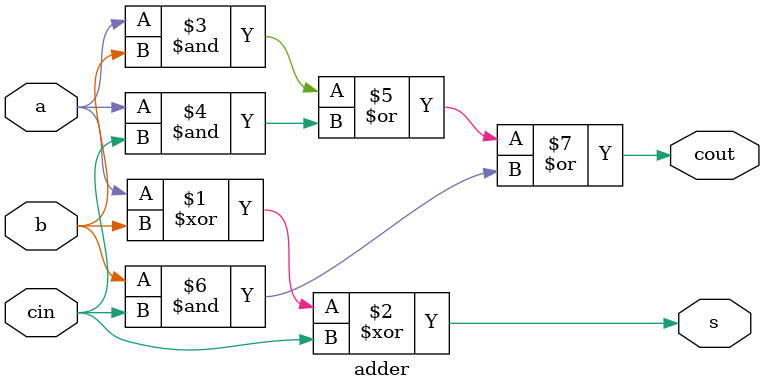
<source format=v>
module adder(
	input a, b, cin,
	output s, cout
);

	assign s = a ^ b ^ cin,
			cout = a&b | a&cin | b&cin;

endmodule
</source>
